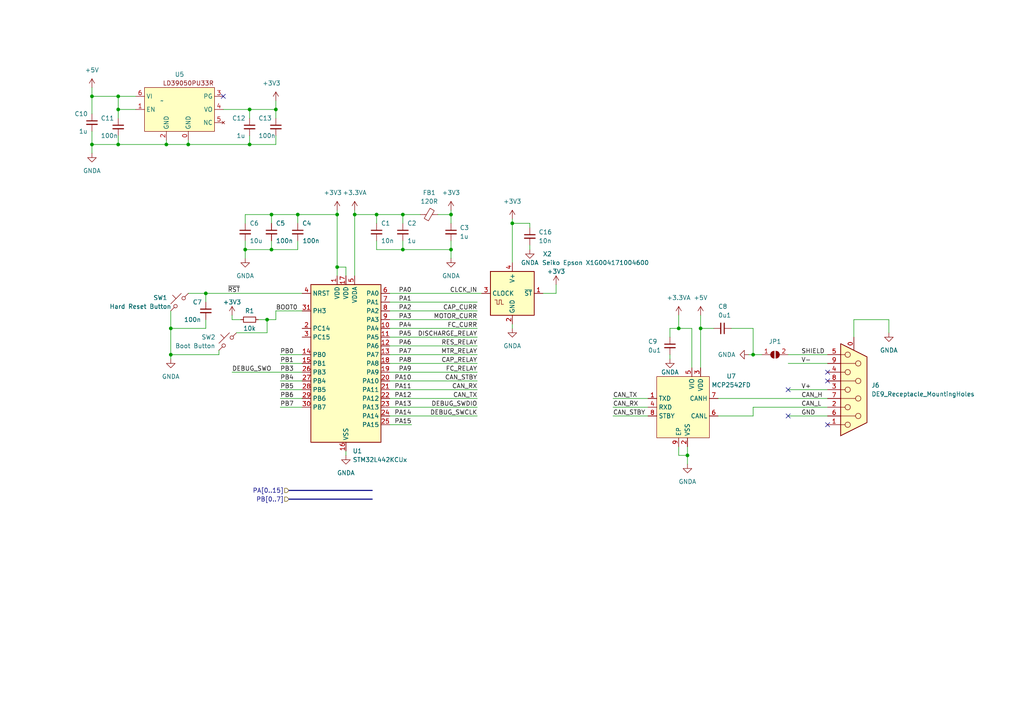
<source format=kicad_sch>
(kicad_sch (version 20230121) (generator eeschema)
  (paper "A4")
  (lib_symbols
    (symbol "Connector:DE9_Receptacle_MountingHoles" (pin_names (offset 1.016) hide)
      (property "Reference" "J" (at 0 16.51 0))
      (property "Value" "DE9_Receptacle_MountingHoles" (at 0 14.605 0))
      (symbol "DE9_Receptacle_MountingHoles_0_1"
        (circle (center -1.778 -10.16) (radius 0.762))
        (circle (center -1.778 -5.08) (radius 0.762))
        (circle (center -1.778 0) (radius 0.762))
        (circle (center -1.778 5.08) (radius 0.762))
        (circle (center -1.778 10.16) (radius 0.762))
        (polyline (pts (xy -3.81 -10.16) (xy -2.54 -10.16)))
        (polyline (pts (xy -3.81 -7.62) (xy 0.508 -7.62)))
        (polyline (pts (xy -3.81 -5.08) (xy -2.54 -5.08)))
        (polyline (pts (xy -3.81 -2.54) (xy 0.508 -2.54)))
        (polyline (pts (xy -3.81 0) (xy -2.54 0)))
        (polyline (pts (xy -3.81 2.54) (xy 0.508 2.54)))
        (polyline (pts (xy -3.81 5.08) (xy -2.54 5.08)))
        (polyline (pts (xy -3.81 7.62) (xy 0.508 7.62)))
        (polyline (pts (xy -3.81 10.16) (xy -2.54 10.16)))
        (polyline (pts (xy -3.81 13.335) (xy -3.81 -13.335) (xy 3.81 -9.525) (xy 3.81 9.525) (xy -3.81 13.335)) (stroke (width 0.254)) (fill (type background)))
        (circle (center 1.27 -7.62) (radius 0.762))
        (circle (center 1.27 -2.54) (radius 0.762))
        (circle (center 1.27 2.54) (radius 0.762))
        (circle (center 1.27 7.62) (radius 0.762))
      )
      (symbol "DE9_Receptacle_MountingHoles_1_1"
        (pin passive line (at 0 -15.24 90) (length 3.81) (name "PAD") (number "0"))
        (pin passive line (at -7.62 10.16 0) (length 3.81) (name "1") (number "1"))
        (pin passive line (at -7.62 5.08 0) (length 3.81) (name "2") (number "2"))
        (pin passive line (at -7.62 0 0) (length 3.81) (name "3") (number "3"))
        (pin passive line (at -7.62 -5.08 0) (length 3.81) (name "4") (number "4"))
        (pin passive line (at -7.62 -10.16 0) (length 3.81) (name "5") (number "5"))
        (pin passive line (at -7.62 7.62 0) (length 3.81) (name "6") (number "6"))
        (pin passive line (at -7.62 2.54 0) (length 3.81) (name "7") (number "7"))
        (pin passive line (at -7.62 -2.54 0) (length 3.81) (name "8") (number "8"))
        (pin passive line (at -7.62 -7.62 0) (length 3.81) (name "9") (number "9"))
      )
    )
    (symbol "Device:C_Small" (pin_numbers hide) (pin_names (offset 0.254) hide)
      (property "Reference" "C" (at 0.254 1.778 0))
      (property "Value" "C_Small" (at 0.254 -2.032 0))
      (symbol "C_Small_0_1"
        (polyline (pts (xy -1.524 -0.508) (xy 1.524 -0.508)) (stroke (width 0.3302)))
        (polyline (pts (xy -1.524 0.508) (xy 1.524 0.508)) (stroke (width 0.3048)))
      )
      (symbol "C_Small_1_1"
        (pin passive line (at 0 2.54 270) (length 2.032) (name "~") (number "1"))
        (pin passive line (at 0 -2.54 90) (length 2.032) (name "~") (number "2"))
      )
    )
    (symbol "Device:FerriteBead_Small" (pin_numbers hide) (pin_names (offset 0))
      (property "Reference" "FB" (at 1.905 1.27 0))
      (property "Value" "FerriteBead_Small" (at 1.905 -1.27 0))
      (symbol "FerriteBead_Small_0_1"
        (polyline (pts (xy 0 -1.27) (xy 0 -0.7874)))
        (polyline (pts (xy 0 0.889) (xy 0 1.2954)))
        (polyline (pts (xy -1.8288 0.2794) (xy -1.1176 1.4986) (xy 1.8288 -0.2032) (xy 1.1176 -1.4224) (xy -1.8288 0.2794)))
      )
      (symbol "FerriteBead_Small_1_1"
        (pin passive line (at 0 2.54 270) (length 1.27) (name "~") (number "1"))
        (pin passive line (at 0 -2.54 90) (length 1.27) (name "~") (number "2"))
      )
    )
    (symbol "Device:R_Small" (pin_numbers hide) (pin_names (offset 0.254) hide)
      (property "Reference" "R" (at 0.762 0.508 0))
      (property "Value" "R_Small" (at 0.762 -1.016 0))
      (symbol "R_Small_0_1"
        (rectangle (start -0.762 1.778) (end 0.762 -1.778) (stroke (width 0.2032)))
      )
      (symbol "R_Small_1_1"
        (pin passive line (at 0 2.54 270) (length 0.762) (name "~") (number "1"))
        (pin passive line (at 0 -2.54 90) (length 0.762) (name "~") (number "2"))
      )
    )
    (symbol "FCC_PARTS:LD39050PU33R"
      (property "Reference" "U?" (at -3.81 5.08 0))
      (symbol "LD39050PU33R_1_1"
        (rectangle (start -5.08 3.81) (end 15.24 -8.89) (fill (type background)))
        (text "LD39050PU33R" (at 7.62 5.08 0) (effects (font (size 1.27 1.27))))
        (pin power_in line (at 7.62 -11.43 90) (length 2.54) (name "GND") (number "0"))
        (pin input line (at -7.62 -2.54 0) (length 2.54) (name "EN") (number "1"))
        (pin power_in line (at 1.27 -11.43 90) (length 2.54) (name "GND") (number "2"))
        (pin passive line (at 17.78 1.27 180) (length 2.54) (name "PG") (number "3"))
        (pin power_out line (at 17.78 -2.54 180) (length 2.54) (name "VO") (number "4"))
        (pin no_connect line (at 17.78 -6.35 180) (length 2.54) (name "NC") (number "5"))
        (pin power_in line (at -7.62 1.27 0) (length 2.54) (name "VI") (number "6"))
      )
    )
    (symbol "FCC_PARTS:MCP2542FD"
      (property "Reference" "U" (at -11.43 3.81 0))
      (property "Value" "MCP2542FD" (at -6.35 1.27 0))
      (symbol "MCP2542FD_0_0"
        (pin passive line (at -10.16 -6.35 0) (length 2.54) (name "TXD") (number "1"))
        (pin passive line (at 1.27 -20.32 90) (length 2.54) (name "VSS") (number "2"))
        (pin passive line (at 5.08 2.54 270) (length 2.54) (name "VDD") (number "3"))
        (pin passive line (at -10.16 -8.89 0) (length 2.54) (name "RXD") (number "4"))
        (pin passive line (at 2.54 2.54 270) (length 2.54) (name "VIO") (number "5"))
        (pin passive line (at 10.16 -11.43 180) (length 2.54) (name "CANL") (number "6"))
        (pin passive line (at 10.16 -6.35 180) (length 2.54) (name "CANH") (number "7"))
        (pin passive line (at -10.16 -11.43 0) (length 2.54) (name "STBY") (number "8"))
        (pin passive line (at -1.27 -20.32 90) (length 2.54) (name "EP") (number "9"))
      )
      (symbol "MCP2542FD_1_1"
        (rectangle (start -7.62 0) (end 7.62 -17.78) (fill (type background)))
      )
    )
    (symbol "Jumper:SolderJumper_2_Open" (pin_names (offset 0) hide)
      (property "Reference" "JP" (at 0 2.032 0))
      (property "Value" "SolderJumper_2_Open" (at 0 -2.54 0))
      (symbol "SolderJumper_2_Open_0_1"
        (arc (start -0.254 1.016) (mid -1.2656 0) (end -0.254 -1.016))
        (arc (start -0.254 1.016) (mid -1.2656 0) (end -0.254 -1.016) (fill (type outline)))
        (polyline (pts (xy -0.254 1.016) (xy -0.254 -1.016)))
        (polyline (pts (xy 0.254 1.016) (xy 0.254 -1.016)))
        (arc (start 0.254 -1.016) (mid 1.2656 0) (end 0.254 1.016))
        (arc (start 0.254 -1.016) (mid 1.2656 0) (end 0.254 1.016) (fill (type outline)))
      )
      (symbol "SolderJumper_2_Open_1_1"
        (pin passive line (at -3.81 0 0) (length 2.54) (name "A") (number "1"))
        (pin passive line (at 3.81 0 180) (length 2.54) (name "B") (number "2"))
      )
    )
    (symbol "MCU_ST_STM32L4:STM32L442KCUx"
      (property "Reference" "U" (at -10.16 24.13 0))
      (property "Value" "STM32L442KCUx" (at 5.08 24.13 0))
      (symbol "STM32L442KCUx_0_1"
        (rectangle (start -10.16 -22.86) (end 10.16 22.86) (stroke (width 0.254)) (fill (type background)))
      )
      (symbol "STM32L442KCUx_1_1"
        (pin power_in line (at -2.54 25.4 270) (length 2.54) (name "VDD") (number "1"))
        (pin bidirectional line (at 12.7 10.16 180) (length 2.54) (name "PA4") (number "10"))
        (pin bidirectional line (at 12.7 7.62 180) (length 2.54) (name "PA5") (number "11"))
        (pin bidirectional line (at 12.7 5.08 180) (length 2.54) (name "PA6") (number "12"))
        (pin bidirectional line (at 12.7 2.54 180) (length 2.54) (name "PA7") (number "13"))
        (pin bidirectional line (at -12.7 2.54 0) (length 2.54) (name "PB0") (number "14"))
        (pin bidirectional line (at -12.7 0 0) (length 2.54) (name "PB1") (number "15"))
        (pin power_in line (at 0 -25.4 90) (length 2.54) (name "VSS") (number "16"))
        (pin power_in line (at 0 25.4 270) (length 2.54) (name "VDD") (number "17"))
        (pin bidirectional line (at 12.7 0 180) (length 2.54) (name "PA8") (number "18"))
        (pin bidirectional line (at 12.7 -2.54 180) (length 2.54) (name "PA9") (number "19"))
        (pin bidirectional line (at -12.7 10.16 0) (length 2.54) (name "PC14") (number "2"))
        (pin bidirectional line (at 12.7 -5.08 180) (length 2.54) (name "PA10") (number "20"))
        (pin bidirectional line (at 12.7 -7.62 180) (length 2.54) (name "PA11") (number "21"))
        (pin bidirectional line (at 12.7 -10.16 180) (length 2.54) (name "PA12") (number "22"))
        (pin bidirectional line (at 12.7 -12.7 180) (length 2.54) (name "PA13") (number "23"))
        (pin bidirectional line (at 12.7 -15.24 180) (length 2.54) (name "PA14") (number "24"))
        (pin bidirectional line (at 12.7 -17.78 180) (length 2.54) (name "PA15") (number "25"))
        (pin bidirectional line (at -12.7 -2.54 0) (length 2.54) (name "PB3") (number "26"))
        (pin bidirectional line (at -12.7 -5.08 0) (length 2.54) (name "PB4") (number "27"))
        (pin bidirectional line (at -12.7 -7.62 0) (length 2.54) (name "PB5") (number "28"))
        (pin bidirectional line (at -12.7 -10.16 0) (length 2.54) (name "PB6") (number "29"))
        (pin bidirectional line (at -12.7 7.62 0) (length 2.54) (name "PC15") (number "3"))
        (pin bidirectional line (at -12.7 -12.7 0) (length 2.54) (name "PB7") (number "30"))
        (pin bidirectional line (at -12.7 15.24 0) (length 2.54) (name "PH3") (number "31"))
        (pin passive line (at 0 -25.4 90) (length 2.54) hide (name "VSS") (number "32"))
        (pin passive line (at 0 -25.4 90) (length 2.54) hide (name "VSS") (number "33"))
        (pin input line (at -12.7 20.32 0) (length 2.54) (name "NRST") (number "4"))
        (pin power_in line (at 2.54 25.4 270) (length 2.54) (name "VDDA") (number "5"))
        (pin bidirectional line (at 12.7 20.32 180) (length 2.54) (name "PA0") (number "6"))
        (pin bidirectional line (at 12.7 17.78 180) (length 2.54) (name "PA1") (number "7"))
        (pin bidirectional line (at 12.7 15.24 180) (length 2.54) (name "PA2") (number "8"))
        (pin bidirectional line (at 12.7 12.7 180) (length 2.54) (name "PA3") (number "9"))
      )
    )
    (symbol "RB_PARTS:CLOCK"
      (property "Reference" "X" (at 2.54 10.16 0))
      (property "Value" "Seiko Epson X1G004171004600" (at 17.145 8.255 0))
      (symbol "CLOCK_0_1"
        (rectangle (start -6.35 6.35) (end 6.35 -6.35) (stroke (width 0.254)) (fill (type background)))
        (polyline (pts (xy 2.54 -3.175) (xy 3.175 -3.175) (xy 3.175 -1.905) (xy 3.81 -1.905) (xy 3.81 -3.175) (xy 4.445 -3.175) (xy 4.445 -1.905) (xy 5.08 -1.905)))
      )
      (symbol "CLOCK_1_0"
        (pin passive line (at -8.89 0 0) (length 2.54) (name "~{ST}") (number "1"))
      )
      (symbol "CLOCK_1_1"
        (pin power_in line (at 0 -8.89 90) (length 2.54) (name "GND") (number "2"))
        (pin output line (at 8.89 0 180) (length 2.54) (name "CLOCK") (number "3"))
        (pin power_in line (at 0 8.89 270) (length 2.54) (name "V+") (number "4"))
      )
    )
    (symbol "Switch:SW_Push_45deg" (pin_numbers hide) (pin_names (offset 1.016) hide)
      (property "Reference" "SW" (at 3.048 1.016 0))
      (property "Value" "SW_Push_45deg" (at 0 -3.81 0))
      (symbol "SW_Push_45deg_0_1"
        (circle (center -1.1684 1.1684) (radius 0.508))
        (polyline (pts (xy -0.508 2.54) (xy 2.54 -0.508)))
        (polyline (pts (xy 1.016 1.016) (xy 2.032 2.032)))
        (polyline (pts (xy -2.54 2.54) (xy -1.524 1.524) (xy -1.524 1.524)))
        (polyline (pts (xy 1.524 -1.524) (xy 2.54 -2.54) (xy 2.54 -2.54) (xy 2.54 -2.54)))
        (circle (center 1.143 -1.1938) (radius 0.508))
        (pin passive line (at -2.54 2.54 0) (length 0) (name "1") (number "1"))
        (pin passive line (at 2.54 -2.54 180) (length 0) (name "2") (number "2"))
      )
    )
    (symbol "power:+3.3VA" (power) (pin_names (offset 0))
      (property "Value" "+3.3VA" (at 0 3.556 0))
      (symbol "+3.3VA_0_1"
        (polyline (pts (xy -0.762 1.27) (xy 0 2.54)))
        (polyline (pts (xy 0 0) (xy 0 2.54)))
        (polyline (pts (xy 0 2.54) (xy 0.762 1.27)))
      )
      (symbol "+3.3VA_1_1"
        (pin power_in line (at 0 0 90) (length 0) hide (name "+3.3VA") (number "1"))
      )
    )
    (symbol "power:+3V3" (power) (pin_names (offset 0))
      (property "Value" "+3V3" (at 0 3.556 0))
      (symbol "+3V3_0_1"
        (polyline (pts (xy -0.762 1.27) (xy 0 2.54)))
        (polyline (pts (xy 0 0) (xy 0 2.54)))
        (polyline (pts (xy 0 2.54) (xy 0.762 1.27)))
      )
      (symbol "+3V3_1_1"
        (pin power_in line (at 0 0 90) (length 0) hide (name "+3V3") (number "1"))
      )
    )
    (symbol "power:+5V" (power) (pin_names (offset 0))
      (property "Value" "+5V" (at 0 3.556 0))
      (symbol "+5V_0_1"
        (polyline (pts (xy -0.762 1.27) (xy 0 2.54)))
        (polyline (pts (xy 0 0) (xy 0 2.54)))
        (polyline (pts (xy 0 2.54) (xy 0.762 1.27)))
      )
      (symbol "+5V_1_1"
        (pin power_in line (at 0 0 90) (length 0) hide (name "+5V") (number "1"))
      )
    )
    (symbol "power:GNDA" (power) (pin_names (offset 0))
      (property "Value" "GNDA" (at 0 -3.81 0))
      (symbol "GNDA_0_1"
        (polyline (pts (xy 0 0) (xy 0 -1.27) (xy 1.27 -1.27) (xy 0 -2.54) (xy -1.27 -1.27) (xy 0 -1.27)))
      )
      (symbol "GNDA_1_1"
        (pin power_in line (at 0 0 270) (length 0) hide (name "GNDA") (number "1"))
      )
    )
  )
  (junction (at 78.74 72.39))
  (junction (at 78.74 62.23))
  (junction (at 72.39 31.75))
  (junction (at 48.26 41.91))
  (junction (at 49.53 95.25))
  (junction (at 34.29 27.94))
  (junction (at 97.79 77.47))
  (junction (at 71.12 72.39))
  (junction (at 203.2 95.25))
  (junction (at 109.22 62.23))
  (junction (at 199.39 132.08))
  (junction (at 26.67 27.94))
  (junction (at 26.67 41.91))
  (junction (at 218.44 102.87))
  (junction (at 34.29 41.91))
  (junction (at 97.79 62.23))
  (junction (at 49.53 102.87))
  (junction (at 72.39 41.91))
  (junction (at 116.84 72.39))
  (junction (at 86.36 62.23))
  (junction (at 59.69 85.09))
  (junction (at 196.85 95.25))
  (junction (at 77.47 92.71))
  (junction (at 130.81 72.39))
  (junction (at 34.29 31.75))
  (junction (at 102.87 62.23))
  (junction (at 80.01 31.75))
  (junction (at 148.59 64.77))
  (junction (at 130.81 62.23))
  (junction (at 54.61 41.91))
  (junction (at 116.84 62.23))
  (no_connect (at 240.03 123.19))
  (no_connect (at 228.6 120.65))
  (no_connect (at 228.6 113.03))
  (no_connect (at 64.77 27.94))
  (no_connect (at 240.03 107.95))
  (no_connect (at 240.03 110.49))
  (wire (pts (xy 97.79 77.47) (xy 100.33 77.47)))
  (wire (pts (xy 54.61 40.64) (xy 54.61 41.91)))
  (wire (pts (xy 127 62.23) (xy 130.81 62.23)))
  (wire (pts (xy 72.39 31.75) (xy 72.39 34.29)))
  (wire (pts (xy 78.74 62.23) (xy 78.74 64.77)))
  (wire (pts (xy 80.01 92.71) (xy 80.01 90.17)))
  (wire (pts (xy 34.29 27.94) (xy 34.29 31.75)))
  (wire (pts (xy 157.48 85.09) (xy 161.29 85.09)))
  (wire (pts (xy 34.29 31.75) (xy 39.37 31.75)))
  (wire (pts (xy 217.17 102.87) (xy 218.44 102.87)))
  (wire (pts (xy 87.63 115.57) (xy 81.28 115.57)))
  (wire (pts (xy 196.85 129.54) (xy 196.85 132.08)))
  (wire (pts (xy 63.5 102.87) (xy 63.5 101.6)))
  (wire (pts (xy 113.03 102.87) (xy 138.43 102.87)))
  (wire (pts (xy 247.65 97.79) (xy 247.65 92.71)))
  (wire (pts (xy 59.69 85.09) (xy 87.63 85.09)))
  (wire (pts (xy 113.03 87.63) (xy 138.43 87.63)))
  (wire (pts (xy 153.67 66.04) (xy 153.67 64.77)))
  (wire (pts (xy 113.03 113.03) (xy 138.43 113.03)))
  (wire (pts (xy 78.74 62.23) (xy 86.36 62.23)))
  (wire (pts (xy 102.87 60.96) (xy 102.87 62.23)))
  (wire (pts (xy 177.8 120.65) (xy 187.96 120.65)))
  (wire (pts (xy 54.61 85.09) (xy 59.69 85.09)))
  (wire (pts (xy 100.33 77.47) (xy 100.33 80.01)))
  (wire (pts (xy 228.6 120.65) (xy 240.03 120.65)))
  (wire (pts (xy 196.85 132.08) (xy 199.39 132.08)))
  (wire (pts (xy 34.29 31.75) (xy 34.29 34.29)))
  (wire (pts (xy 86.36 72.39) (xy 78.74 72.39)))
  (wire (pts (xy 130.81 62.23) (xy 130.81 64.77)))
  (wire (pts (xy 199.39 132.08) (xy 199.39 134.62)))
  (wire (pts (xy 67.31 91.44) (xy 67.31 92.71)))
  (wire (pts (xy 121.92 62.23) (xy 116.84 62.23)))
  (wire (pts (xy 177.8 118.11) (xy 187.96 118.11)))
  (wire (pts (xy 59.69 85.09) (xy 59.69 87.63)))
  (bus (pts (xy 83.82 144.78) (xy 107.95 144.78)))
  (wire (pts (xy 130.81 60.96) (xy 130.81 62.23)))
  (wire (pts (xy 130.81 72.39) (xy 130.81 74.93)))
  (wire (pts (xy 228.6 105.41) (xy 240.03 105.41)))
  (wire (pts (xy 87.63 105.41) (xy 81.28 105.41)))
  (wire (pts (xy 109.22 62.23) (xy 116.84 62.23)))
  (wire (pts (xy 194.31 102.87) (xy 194.31 104.14)))
  (wire (pts (xy 113.03 120.65) (xy 138.43 120.65)))
  (wire (pts (xy 228.6 113.03) (xy 240.03 113.03)))
  (wire (pts (xy 97.79 62.23) (xy 97.79 77.47)))
  (wire (pts (xy 208.28 115.57) (xy 240.03 115.57)))
  (wire (pts (xy 113.03 115.57) (xy 138.43 115.57)))
  (wire (pts (xy 80.01 34.29) (xy 80.01 31.75)))
  (wire (pts (xy 228.6 102.87) (xy 240.03 102.87)))
  (wire (pts (xy 78.74 72.39) (xy 71.12 72.39)))
  (wire (pts (xy 148.59 64.77) (xy 153.67 64.77)))
  (wire (pts (xy 86.36 69.85) (xy 86.36 72.39)))
  (wire (pts (xy 148.59 64.77) (xy 148.59 76.2)))
  (wire (pts (xy 161.29 82.55) (xy 161.29 85.09)))
  (wire (pts (xy 148.59 63.5) (xy 148.59 64.77)))
  (wire (pts (xy 116.84 69.85) (xy 116.84 72.39)))
  (wire (pts (xy 116.84 62.23) (xy 116.84 64.77)))
  (wire (pts (xy 113.03 97.79) (xy 138.43 97.79)))
  (wire (pts (xy 87.63 113.03) (xy 81.28 113.03)))
  (wire (pts (xy 116.84 72.39) (xy 130.81 72.39)))
  (wire (pts (xy 177.8 115.57) (xy 187.96 115.57)))
  (wire (pts (xy 148.59 93.98) (xy 148.59 95.25)))
  (wire (pts (xy 257.81 92.71) (xy 257.81 96.52)))
  (wire (pts (xy 208.28 120.65) (xy 218.44 120.65)))
  (wire (pts (xy 97.79 77.47) (xy 97.79 80.01)))
  (wire (pts (xy 34.29 39.37) (xy 34.29 41.91)))
  (wire (pts (xy 26.67 27.94) (xy 34.29 27.94)))
  (wire (pts (xy 218.44 102.87) (xy 220.98 102.87)))
  (wire (pts (xy 153.67 71.12) (xy 153.67 72.39)))
  (wire (pts (xy 80.01 39.37) (xy 80.01 41.91)))
  (wire (pts (xy 130.81 69.85) (xy 130.81 72.39)))
  (wire (pts (xy 54.61 41.91) (xy 72.39 41.91)))
  (wire (pts (xy 203.2 91.44) (xy 203.2 95.25)))
  (wire (pts (xy 194.31 95.25) (xy 196.85 95.25)))
  (wire (pts (xy 74.93 92.71) (xy 77.47 92.71)))
  (wire (pts (xy 200.66 95.25) (xy 200.66 106.68)))
  (bus (pts (xy 83.82 142.24) (xy 107.95 142.24)))
  (wire (pts (xy 113.03 118.11) (xy 138.43 118.11)))
  (wire (pts (xy 49.53 95.25) (xy 49.53 102.87)))
  (wire (pts (xy 48.26 41.91) (xy 54.61 41.91)))
  (wire (pts (xy 109.22 69.85) (xy 109.22 72.39)))
  (wire (pts (xy 116.84 72.39) (xy 109.22 72.39)))
  (wire (pts (xy 194.31 95.25) (xy 194.31 97.79)))
  (wire (pts (xy 97.79 60.96) (xy 97.79 62.23)))
  (wire (pts (xy 113.03 92.71) (xy 138.43 92.71)))
  (wire (pts (xy 67.31 107.95) (xy 87.63 107.95)))
  (wire (pts (xy 113.03 90.17) (xy 138.43 90.17)))
  (wire (pts (xy 71.12 62.23) (xy 78.74 62.23)))
  (wire (pts (xy 80.01 90.17) (xy 87.63 90.17)))
  (wire (pts (xy 113.03 107.95) (xy 138.43 107.95)))
  (wire (pts (xy 113.03 100.33) (xy 138.43 100.33)))
  (wire (pts (xy 196.85 91.44) (xy 196.85 95.25)))
  (wire (pts (xy 113.03 95.25) (xy 138.43 95.25)))
  (wire (pts (xy 212.09 95.25) (xy 218.44 95.25)))
  (wire (pts (xy 113.03 110.49) (xy 138.43 110.49)))
  (wire (pts (xy 102.87 62.23) (xy 109.22 62.23)))
  (wire (pts (xy 49.53 104.14) (xy 49.53 102.87)))
  (wire (pts (xy 80.01 29.21) (xy 80.01 31.75)))
  (wire (pts (xy 26.67 41.91) (xy 34.29 41.91)))
  (wire (pts (xy 203.2 95.25) (xy 203.2 106.68)))
  (wire (pts (xy 72.39 31.75) (xy 80.01 31.75)))
  (wire (pts (xy 247.65 92.71) (xy 257.81 92.71)))
  (wire (pts (xy 59.69 92.71) (xy 59.69 95.25)))
  (wire (pts (xy 67.31 92.71) (xy 69.85 92.71)))
  (wire (pts (xy 78.74 69.85) (xy 78.74 72.39)))
  (wire (pts (xy 109.22 64.77) (xy 109.22 62.23)))
  (wire (pts (xy 49.53 95.25) (xy 59.69 95.25)))
  (wire (pts (xy 34.29 41.91) (xy 48.26 41.91)))
  (wire (pts (xy 240.03 118.11) (xy 218.44 118.11)))
  (wire (pts (xy 86.36 62.23) (xy 86.36 64.77)))
  (wire (pts (xy 71.12 72.39) (xy 71.12 69.85)))
  (wire (pts (xy 34.29 27.94) (xy 39.37 27.94)))
  (wire (pts (xy 72.39 39.37) (xy 72.39 41.91)))
  (wire (pts (xy 199.39 129.54) (xy 199.39 132.08)))
  (wire (pts (xy 49.53 102.87) (xy 63.5 102.87)))
  (wire (pts (xy 86.36 62.23) (xy 97.79 62.23)))
  (wire (pts (xy 100.33 130.81) (xy 100.33 132.08)))
  (wire (pts (xy 26.67 25.4) (xy 26.67 27.94)))
  (wire (pts (xy 218.44 95.25) (xy 218.44 102.87)))
  (wire (pts (xy 77.47 92.71) (xy 77.47 96.52)))
  (wire (pts (xy 71.12 72.39) (xy 71.12 74.93)))
  (wire (pts (xy 48.26 40.64) (xy 48.26 41.91)))
  (wire (pts (xy 113.03 105.41) (xy 138.43 105.41)))
  (wire (pts (xy 26.67 41.91) (xy 26.67 44.45)))
  (wire (pts (xy 218.44 118.11) (xy 218.44 120.65)))
  (wire (pts (xy 113.03 123.19) (xy 119.38 123.19)))
  (wire (pts (xy 102.87 62.23) (xy 102.87 80.01)))
  (wire (pts (xy 77.47 92.71) (xy 80.01 92.71)))
  (wire (pts (xy 68.58 96.52) (xy 77.47 96.52)))
  (wire (pts (xy 113.03 85.09) (xy 139.7 85.09)))
  (wire (pts (xy 26.67 27.94) (xy 26.67 33.02)))
  (wire (pts (xy 87.63 110.49) (xy 81.28 110.49)))
  (wire (pts (xy 196.85 95.25) (xy 200.66 95.25)))
  (wire (pts (xy 203.2 95.25) (xy 207.01 95.25)))
  (wire (pts (xy 49.53 90.17) (xy 49.53 95.25)))
  (wire (pts (xy 64.77 31.75) (xy 72.39 31.75)))
  (wire (pts (xy 26.67 38.1) (xy 26.67 41.91)))
  (wire (pts (xy 72.39 41.91) (xy 80.01 41.91)))
  (wire (pts (xy 71.12 64.77) (xy 71.12 62.23)))
  (wire (pts (xy 87.63 118.11) (xy 81.28 118.11)))
  (wire (pts (xy 87.63 102.87) (xy 81.28 102.87)))
  (label "PB5" (at 81.28 113.03 0))
  (label "PB0" (at 81.28 102.87 0))
  (label "CLCK_IN" (at 138.43 85.09 180))
  (label "PA2" (at 119.38 90.17 180))
  (label "PA7" (at 119.38 102.87 180))
  (label "PB6" (at 81.28 115.57 0))
  (label "~{RST}" (at 66.04 85.09 0))
  (label "PA13" (at 119.38 118.11 180))
  (label "DEBUG_SWCLK" (at 138.43 120.65 180))
  (label "PA5" (at 119.38 97.79 180))
  (label "PB4" (at 81.28 110.49 0))
  (label "PA12" (at 119.38 115.57 180))
  (label "PA1" (at 119.38 87.63 180))
  (label "CAN_TX" (at 177.8 115.57 0))
  (label "FC_RELAY" (at 138.43 107.95 180))
  (label "PA14" (at 119.38 120.65 180))
  (label "FC_CURR" (at 138.43 95.25 180))
  (label "DISCHARGE_RELAY" (at 138.43 97.79 180))
  (label "GND" (at 232.41 120.65 0))
  (label "PB7" (at 81.28 118.11 0))
  (label "PA3" (at 119.38 92.71 180))
  (label "CAN_L" (at 232.41 118.11 0))
  (label "CAP_RELAY" (at 138.43 105.41 180))
  (label "CAN_STBY" (at 138.43 110.49 180))
  (label "DEBUG_SWDIO" (at 138.43 118.11 180))
  (label "PA0" (at 119.38 85.09 180))
  (label "MTR_RELAY" (at 138.43 102.87 180))
  (label "PA4" (at 119.38 95.25 180))
  (label "PA11" (at 119.38 113.03 180))
  (label "BOOT0" (at 80.01 90.17 0))
  (label "V+" (at 232.41 113.03 0))
  (label "DEBUG_SWO" (at 67.31 107.95 0))
  (label "PB3" (at 81.28 107.95 0))
  (label "CAN_STBY" (at 177.8 120.65 0))
  (label "CAN_RX" (at 138.43 113.03 180))
  (label "CAN_H" (at 232.41 115.57 0))
  (label "PB1" (at 81.28 105.41 0))
  (label "PA15" (at 119.38 123.19 180))
  (label "V-" (at 232.41 105.41 0))
  (label "PA9" (at 119.38 107.95 180))
  (label "CAN_RX" (at 177.8 118.11 0))
  (label "MOTOR_CURR" (at 138.43 92.71 180))
  (label "SHIELD" (at 232.41 102.87 0))
  (label "CAN_TX" (at 138.43 115.57 180))
  (label "CAP_CURR" (at 138.43 90.17 180))
  (label "PA8" (at 119.38 105.41 180))
  (label "RES_RELAY" (at 138.43 100.33 180))
  (label "PA10" (at 119.38 110.49 180))
  (label "PA6" (at 119.38 100.33 180))
  (hierarchical_label "PA[0..15]" (shape input) (at 83.82 142.24 180))
  (hierarchical_label "PB[0..7]" (shape input) (at 83.82 144.78 180))
  (symbol (lib_id "FCC_PARTS:MCP2542FD") (at 198.12 109.22 0) (unit 1)
    (property "Reference" "U7" (at 212.09 109.1183 0))
    (property "Value" "MCP2542FD" (at 212.09 111.6583 0))
    (property "Footprint" "Package_DFN_QFN:DFN-8-1EP_3x3mm_P0.65mm_EP1.55x2.4mm" (effects hide))
  )
  (symbol (lib_id "FCC_PARTS:LD39050PU33R") (at 46.99 29.21 0) (unit 1)
    (property "Reference" "U5" (at 52.07 21.59 0))
    (property "Value" "~" (at 46.99 29.21 0))
  )
  (symbol (lib_id "power:+5V") (at 26.67 25.4 0) (unit 1)
    (property "Reference" "#PWR030" (effects hide))
    (property "Value" "+5V" (at 26.67 20.32 0))
  )
  (symbol (lib_id "Device:C_Small") (at 116.84 67.31 0) (unit 1)
    (property "Reference" "C2" (at 118.11 64.77 0) (effects (justify left)))
    (property "Value" "1u" (at 118.11 69.85 0) (effects (justify left)))
  )
  (symbol (lib_id "RB_PARTS:CLOCK") (at 148.59 85.09 0) (mirror y) (unit 1)
    (property "Reference" "X2" (at 158.75 73.66 0))
    (property "Value" "Seiko Epson X1G004171004600" (at 172.72 76.2 0))
    (property "Footprint" "Crystal:Crystal_SMD_2016-4Pin_2.0x1.6mm" (effects hide))
    (property "Datasheet" "https://datasheet.lcsc.com/lcsc/2304140030_Seiko-Epson-X1G004171004600_C256002.pdf" (effects hide))
    (property "Part Number" "C256002 " (effects hide))
  )
  (symbol (lib_id "MCU_ST_STM32L4:STM32L442KCUx") (at 100.33 105.41 0) (unit 1)
    (property "Reference" "U1" (at 102.2859 130.81 0) (effects (justify left)))
    (property "Value" "STM32L442KCUx" (at 102.2859 133.35 0) (effects (justify left)))
    (property "Footprint" "Package_DFN_QFN:QFN-32-1EP_5x5mm_P0.5mm_EP3.45x3.45mm" (effects hide))
    (property "Datasheet" "https://www.st.com/resource/en/datasheet/stm32l442kc.pdf" (effects hide))
  )
  (symbol (lib_id "power:+3V3") (at 161.29 82.55 0) (unit 1)
    (property "Reference" "#PWR041" (effects hide))
    (property "Value" "+3V3" (at 161.29 78.74 0))
  )
  (symbol (lib_id "power:+3.3VA") (at 196.85 91.44 0) (unit 1)
    (property "Reference" "#PWR027" (effects hide))
    (property "Value" "+3.3VA" (at 196.85 86.36 0))
  )
  (symbol (lib_id "Device:C_Small") (at 59.69 90.17 0) (unit 1)
    (property "Reference" "C7" (at 55.88 87.63 0) (effects (justify left)))
    (property "Value" "100n" (at 53.34 92.71 0) (effects (justify left)))
  )
  (symbol (lib_id "power:GNDA") (at 148.59 95.25 0) (unit 1)
    (property "Reference" "#PWR038" (effects hide))
    (property "Value" "GNDA" (at 148.59 100.33 0))
  )
  (symbol (lib_id "Device:C_Small") (at 34.29 36.83 0) (unit 1)
    (property "Reference" "C11" (at 29.21 34.29 0) (effects (justify left)))
    (property "Value" "100n" (at 29.21 39.37 0) (effects (justify left)))
  )
  (symbol (lib_id "power:GNDA") (at 26.67 44.45 0) (unit 1)
    (property "Reference" "#PWR029" (effects hide))
    (property "Value" "GNDA" (at 26.67 49.53 0))
  )
  (symbol (lib_id "Device:C_Small") (at 71.12 67.31 0) (unit 1)
    (property "Reference" "C6" (at 72.39 64.77 0) (effects (justify left)))
    (property "Value" "10u" (at 72.39 69.85 0) (effects (justify left)))
  )
  (symbol (lib_id "power:+3V3") (at 67.31 91.44 0) (unit 1)
    (property "Reference" "#PWR013" (effects hide))
    (property "Value" "+3V3" (at 67.31 87.63 0))
  )
  (symbol (lib_id "power:GNDA") (at 194.31 104.14 0) (unit 1)
    (property "Reference" "#PWR028" (effects hide))
    (property "Value" "GNDA" (at 194.31 107.95 0))
  )
  (symbol (lib_id "Switch:SW_Push_45deg") (at 52.07 87.63 90) (unit 1)
    (property "Reference" "SW1" (at 44.45 86.36 90) (effects (justify right)))
    (property "Value" "Hard Reset Button" (at 31.75 88.9 90) (effects (justify right)))
  )
  (symbol (lib_id "Connector:DE9_Receptacle_MountingHoles") (at 247.65 113.03 0) (mirror x) (unit 1)
    (property "Reference" "J6" (at 252.73 111.76 0) (effects (justify left)))
    (property "Value" "DE9_Receptacle_MountingHoles" (at 252.73 114.3 0) (effects (justify left)))
    (property "Datasheet" " ~" (effects hide))
  )
  (symbol (lib_id "power:+3V3") (at 97.79 60.96 0) (unit 1)
    (property "Reference" "#PWR08" (effects hide))
    (property "Value" "+3V3" (at 96.52 55.88 0))
  )
  (symbol (lib_id "power:GNDA") (at 153.67 72.39 0) (unit 1)
    (property "Reference" "#PWR040" (effects hide))
    (property "Value" "GNDA" (at 153.67 76.2 0))
  )
  (symbol (lib_id "power:GNDA") (at 49.53 104.14 0) (unit 1)
    (property "Reference" "#PWR012" (effects hide))
    (property "Value" "GNDA" (at 49.53 109.22 0))
  )
  (symbol (lib_id "Switch:SW_Push_45deg") (at 66.04 99.06 90) (unit 1)
    (property "Reference" "SW2" (at 58.42 97.79 90) (effects (justify right)))
    (property "Value" "Boot Button" (at 50.8 100.33 90) (effects (justify right)))
  )
  (symbol (lib_id "Device:C_Small") (at 130.81 67.31 0) (unit 1)
    (property "Reference" "C3" (at 133.35 66.0463 0) (effects (justify left)))
    (property "Value" "1u" (at 133.35 68.5863 0) (effects (justify left)))
  )
  (symbol (lib_id "Device:C_Small") (at 153.67 68.58 0) (unit 1)
    (property "Reference" "C16" (at 156.21 67.3163 0) (effects (justify left)))
    (property "Value" "10n" (at 156.21 69.8563 0) (effects (justify left)))
  )
  (symbol (lib_id "power:GNDA") (at 217.17 102.87 270) (unit 1)
    (property "Reference" "#PWR025" (effects hide))
    (property "Value" "GNDA" (at 213.36 102.87 90) (effects (justify right)))
  )
  (symbol (lib_id "power:GNDA") (at 100.33 132.08 0) (unit 1)
    (property "Reference" "#PWR06" (effects hide))
    (property "Value" "GNDA" (at 100.33 137.16 0))
  )
  (symbol (lib_id "power:GNDA") (at 257.81 96.52 0) (unit 1)
    (property "Reference" "#PWR024" (effects hide))
    (property "Value" "GNDA" (at 257.81 101.6 0))
  )
  (symbol (lib_id "power:+5V") (at 203.2 91.44 0) (unit 1)
    (property "Reference" "#PWR026" (effects hide))
    (property "Value" "+5V" (at 203.2 86.36 0))
  )
  (symbol (lib_id "power:+3.3VA") (at 102.87 60.96 0) (unit 1)
    (property "Reference" "#PWR011" (effects hide))
    (property "Value" "+3.3VA" (at 102.87 55.88 0))
  )
  (symbol (lib_id "power:GNDA") (at 199.39 134.62 0) (unit 1)
    (property "Reference" "#PWR023" (effects hide))
    (property "Value" "GNDA" (at 199.39 139.7 0))
  )
  (symbol (lib_id "Device:C_Small") (at 72.39 36.83 0) (unit 1)
    (property "Reference" "C12" (at 67.31 34.29 0) (effects (justify left)))
    (property "Value" "1u" (at 68.58 39.37 0) (effects (justify left)))
  )
  (symbol (lib_id "Device:C_Small") (at 26.67 35.56 0) (unit 1)
    (property "Reference" "C10" (at 21.59 33.02 0) (effects (justify left)))
    (property "Value" "1u" (at 22.86 38.1 0) (effects (justify left)))
  )
  (symbol (lib_id "power:+3V3") (at 148.59 63.5 0) (unit 1)
    (property "Reference" "#PWR039" (effects hide))
    (property "Value" "+3V3" (at 148.59 58.42 0))
  )
  (symbol (lib_id "power:+3V3") (at 130.81 60.96 0) (unit 1)
    (property "Reference" "#PWR07" (effects hide))
    (property "Value" "+3V3" (at 130.81 55.88 0))
  )
  (symbol (lib_id "power:+3V3") (at 80.01 29.21 0) (unit 1)
    (property "Reference" "#PWR031" (effects hide))
    (property "Value" "+3V3" (at 78.74 24.13 0))
  )
  (symbol (lib_id "Device:C_Small") (at 86.36 67.31 0) (unit 1)
    (property "Reference" "C4" (at 87.63 64.77 0) (effects (justify left)))
    (property "Value" "100n" (at 92.71 69.85 0) (effects (justify right)))
  )
  (symbol (lib_id "Device:C_Small") (at 109.22 67.31 0) (unit 1)
    (property "Reference" "C1" (at 110.49 64.77 0) (effects (justify left)))
    (property "Value" "10n" (at 110.49 69.85 0) (effects (justify left)))
  )
  (symbol (lib_id "power:GNDA") (at 71.12 74.93 0) (unit 1)
    (property "Reference" "#PWR09" (effects hide))
    (property "Value" "GNDA" (at 71.12 80.01 0))
  )
  (symbol (lib_id "Jumper:SolderJumper_2_Open") (at 224.79 102.87 0) (unit 1)
    (property "Reference" "JP1" (at 224.79 99.06 0))
    (property "Value" "SolderJumper_2_Open" (effects hide))
  )
  (symbol (lib_id "Device:C_Small") (at 194.31 100.33 0) (unit 1)
    (property "Reference" "C9" (at 187.96 99.06 0) (effects (justify left)))
    (property "Value" "0u1" (at 187.96 101.6 0) (effects (justify left)))
  )
  (symbol (lib_id "Device:C_Small") (at 80.01 36.83 0) (unit 1)
    (property "Reference" "C13" (at 74.93 34.29 0) (effects (justify left)))
    (property "Value" "100n" (at 74.93 39.37 0) (effects (justify left)))
  )
  (symbol (lib_id "Device:FerriteBead_Small") (at 124.46 62.23 270) (unit 1)
    (property "Reference" "FB1" (at 124.4981 55.88 90))
    (property "Value" "120R" (at 124.4981 58.42 90))
  )
  (symbol (lib_id "Device:C_Small") (at 209.55 95.25 270) (unit 1)
    (property "Reference" "C8" (at 208.28 88.9 90) (effects (justify left)))
    (property "Value" "0u1" (at 208.28 91.44 90) (effects (justify left)))
  )
  (symbol (lib_id "Device:C_Small") (at 78.74 67.31 0) (unit 1)
    (property "Reference" "C5" (at 80.01 64.77 0) (effects (justify left)))
    (property "Value" "100n" (at 80.01 69.85 0) (effects (justify left)))
  )
  (symbol (lib_id "power:GNDA") (at 130.81 74.93 0) (unit 1)
    (property "Reference" "#PWR010" (effects hide))
    (property "Value" "GNDA" (at 130.81 80.01 0))
  )
  (symbol (lib_id "Device:R_Small") (at 72.39 92.71 90) (unit 1)
    (property "Reference" "R1" (at 72.39 90.17 90))
    (property "Value" "10k" (at 72.39 95.25 90))
  )
)
</source>
